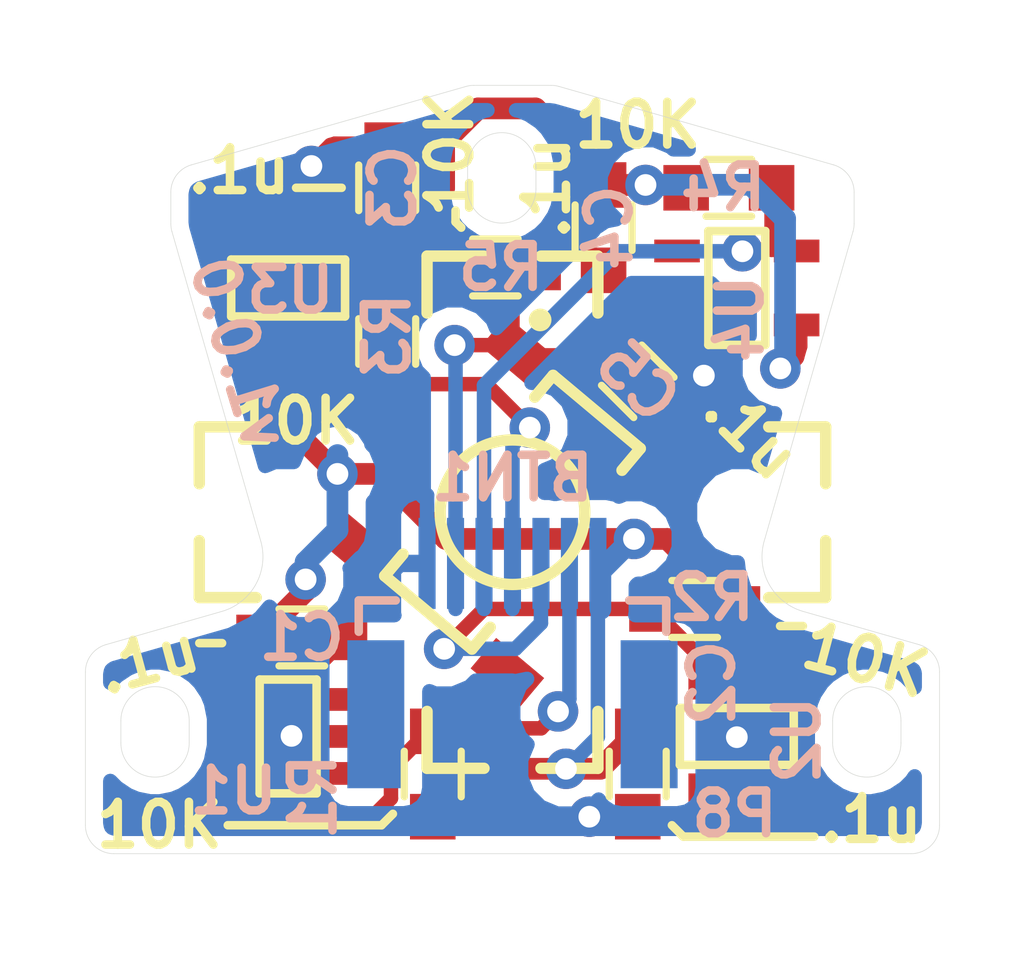
<source format=kicad_pcb>
(kicad_pcb (version 20171130) (host pcbnew 5.1.2-f72e74a~84~ubuntu18.04.1)

  (general
    (thickness 1.6)
    (drawings 48)
    (tracks 136)
    (zones 0)
    (modules 17)
    (nets 16)
  )

  (page A3)
  (title_block
    (title "UHK Key Cluster Module - Trackball Board")
    (rev 1.0.0)
    (company "Ultimate Gadget Laboratories Kft.")
  )

  (layers
    (0 F.Cu signal)
    (31 B.Cu signal)
    (32 B.Adhes user)
    (33 F.Adhes user)
    (34 B.Paste user)
    (35 F.Paste user)
    (36 B.SilkS user)
    (37 F.SilkS user)
    (38 B.Mask user)
    (39 F.Mask user)
    (40 Dwgs.User user)
    (41 Cmts.User user)
    (42 Eco1.User user)
    (43 Eco2.User user)
    (44 Edge.Cuts user)
    (45 Margin user)
    (46 B.CrtYd user)
    (47 F.CrtYd user)
  )

  (setup
    (last_trace_width 0.2032)
    (user_trace_width 0.2032)
    (user_trace_width 0.254)
    (user_trace_width 0.3048)
    (user_trace_width 0.381)
    (trace_clearance 0.2032)
    (zone_clearance 0.3048)
    (zone_45_only no)
    (trace_min 0.2032)
    (via_size 1.0668)
    (via_drill 0.7112)
    (via_min_size 0.7112)
    (via_min_drill 0.381)
    (user_via 0.7112 0.381)
    (user_via 1.0668 0.7112)
    (uvia_size 0.7112)
    (uvia_drill 0.381)
    (uvias_allowed no)
    (uvia_min_size 0.508)
    (uvia_min_drill 0.127)
    (edge_width 0.01)
    (segment_width 0.1)
    (pcb_text_width 0.3)
    (pcb_text_size 1.5 1.5)
    (mod_edge_width 0.15)
    (mod_text_size 0.75 0.75)
    (mod_text_width 0.15)
    (pad_size 1.5 1.5)
    (pad_drill 0.6)
    (pad_to_mask_clearance 0)
    (aux_axis_origin 0 0)
    (visible_elements 7FFFEF6F)
    (pcbplotparams
      (layerselection 0x00030_ffffffff)
      (usegerberextensions true)
      (usegerberattributes false)
      (usegerberadvancedattributes false)
      (creategerberjobfile false)
      (excludeedgelayer true)
      (linewidth 0.150000)
      (plotframeref false)
      (viasonmask false)
      (mode 1)
      (useauxorigin false)
      (hpglpennumber 1)
      (hpglpenspeed 20)
      (hpglpendiameter 15.000000)
      (psnegative false)
      (psa4output false)
      (plotreference true)
      (plotvalue true)
      (plotinvisibletext false)
      (padsonsilk false)
      (subtractmaskfromsilk false)
      (outputformat 1)
      (mirror false)
      (drillshape 1)
      (scaleselection 1)
      (outputdirectory ""))
  )

  (net 0 "")
  (net 1 GND)
  (net 2 /TB_BTN)
  (net 3 /TB_LEFT)
  (net 4 +3V3)
  (net 5 "Net-(U1-Pad3)")
  (net 6 "Net-(U1-Pad1)")
  (net 7 "Net-(U2-Pad1)")
  (net 8 "Net-(U2-Pad3)")
  (net 9 /TB_DOWN)
  (net 10 /TB_UP)
  (net 11 "Net-(U3-Pad3)")
  (net 12 "Net-(U3-Pad1)")
  (net 13 "Net-(U4-Pad1)")
  (net 14 "Net-(U4-Pad3)")
  (net 15 /TB_RIGHT)

  (net_class Default "This is the default net class."
    (clearance 0.2032)
    (trace_width 0.2032)
    (via_dia 1.0668)
    (via_drill 0.7112)
    (uvia_dia 0.7112)
    (uvia_drill 0.381)
    (diff_pair_width 0.254)
    (diff_pair_gap 0.254)
    (add_net +3V3)
    (add_net /TB_BTN)
    (add_net /TB_DOWN)
    (add_net /TB_LEFT)
    (add_net /TB_RIGHT)
    (add_net /TB_UP)
    (add_net GND)
    (add_net "Net-(U1-Pad1)")
    (add_net "Net-(U1-Pad3)")
    (add_net "Net-(U2-Pad1)")
    (add_net "Net-(U2-Pad3)")
    (add_net "Net-(U3-Pad1)")
    (add_net "Net-(U3-Pad3)")
    (add_net "Net-(U4-Pad1)")
    (add_net "Net-(U4-Pad3)")
  )

  (module UGL:BlackberryTrackball locked (layer F.Cu) (tedit 5D121E74) (tstamp 5D21D7E1)
    (at 200 150)
    (attr virtual)
    (fp_text reference REF** (at 0.4 -5.3) (layer F.SilkS) hide
      (effects (font (size 1 1) (thickness 0.15)))
    )
    (fp_text value BlackberryTrackball (at 0 5.4) (layer Eco1.User) hide
      (effects (font (size 1 1) (thickness 0.15)))
    )
    (fp_line (start 1.5 3.5) (end 1.5 4.5) (layer F.SilkS) (width 0.2))
    (fp_line (start 1.5 4.5) (end 0.5 4.5) (layer F.SilkS) (width 0.2))
    (fp_line (start -0.5 4.5) (end -1.5 4.5) (layer F.SilkS) (width 0.2))
    (fp_line (start -1.5 4.5) (end -1.5 3.5) (layer F.SilkS) (width 0.2))
    (fp_line (start 4.5 -1.5) (end 5.5 -1.5) (layer F.SilkS) (width 0.2))
    (fp_line (start 5.5 -1.5) (end 5.5 -0.5) (layer F.SilkS) (width 0.2))
    (fp_line (start 0.5 -4.5) (end 1.5 -4.5) (layer F.SilkS) (width 0.2))
    (fp_line (start 1.5 -4.5) (end 1.5 -3.5) (layer F.SilkS) (width 0.2))
    (fp_line (start -1.5 -3.5) (end -1.5 -4.5) (layer F.SilkS) (width 0.2))
    (fp_line (start -1.5 -4.5) (end -0.5 -4.5) (layer F.SilkS) (width 0.2))
    (fp_line (start 5.5 0.5) (end 5.5 1.5) (layer F.SilkS) (width 0.2))
    (fp_line (start 5.5 1.5) (end 4.5 1.5) (layer F.SilkS) (width 0.2))
    (fp_line (start -4.5 1.5) (end -5.5 1.5) (layer F.SilkS) (width 0.2))
    (fp_line (start -5.5 1.5) (end -5.5 0.5) (layer F.SilkS) (width 0.2))
    (fp_line (start -5.5 -0.5) (end -5.5 -1.5) (layer F.SilkS) (width 0.2))
    (fp_line (start -5.5 -1.5) (end -4.5 -1.5) (layer F.SilkS) (width 0.2))
    (fp_line (start -4 1.5) (end -4 2) (layer Cmts.User) (width 0.2))
    (fp_line (start -3 1.5) (end -3 2) (layer Cmts.User) (width 0.2))
    (fp_line (start 4 -1.5) (end 4 -2) (layer Cmts.User) (width 0.2))
    (fp_line (start 3 -1.5) (end 3 -2) (layer Cmts.User) (width 0.2))
    (fp_line (start 1.5 3) (end 2 3) (layer Cmts.User) (width 0.2))
    (fp_line (start 1.5 4) (end 2 4) (layer Cmts.User) (width 0.2))
    (fp_line (start -1.5 -4) (end -2 -4) (layer Cmts.User) (width 0.2))
    (fp_line (start -1.5 -3) (end -2 -3) (layer Cmts.User) (width 0.2))
    (fp_line (start 1.5 -1.5) (end 1.5 -4.5) (layer Cmts.User) (width 0.2))
    (fp_line (start 5.5 -1.5) (end 1.5 -1.5) (layer Cmts.User) (width 0.2))
    (fp_line (start 5.5 1.5) (end 5.5 -1.5) (layer Cmts.User) (width 0.2))
    (fp_line (start 1.5 1.5) (end 5.5 1.5) (layer Cmts.User) (width 0.2))
    (fp_line (start 1.5 4.5) (end 1.5 1.5) (layer Cmts.User) (width 0.2))
    (fp_line (start -1.5 4.5) (end 1.5 4.5) (layer Cmts.User) (width 0.2))
    (fp_line (start -1.5 1.5) (end -1.5 4.5) (layer Cmts.User) (width 0.2))
    (fp_line (start -5.5 1.5) (end -1.5 1.5) (layer Cmts.User) (width 0.2))
    (fp_line (start -5.5 -1.5) (end -5.5 1.5) (layer Cmts.User) (width 0.2))
    (fp_line (start -1.5 -1.5) (end -5.5 -1.5) (layer Cmts.User) (width 0.2))
    (fp_line (start -1.5 -4.5) (end -1.5 -1.5) (layer Cmts.User) (width 0.2))
    (fp_line (start 1.5 -4.5) (end -1.5 -4.5) (layer Cmts.User) (width 0.2))
    (fp_circle (center 0 0) (end 1.5 0) (layer Cmts.User) (width 0.2))
    (pad "" np_thru_hole circle (at 4 0) (size 0.9 0.9) (drill 0.9) (layers *.Cu *.Mask))
    (pad "" np_thru_hole circle (at -4 0) (size 0.9 0.9) (drill 0.9) (layers *.Cu *.Mask))
  )

  (module UGL:SM0603 (layer F.Cu) (tedit 5C6C58A5) (tstamp 5D121756)
    (at 202.2 147.7 135)
    (path /5D1232D1)
    (attr smd)
    (fp_text reference C5 (at 0 0 135) (layer B.SilkS)
      (effects (font (size 0.75 0.75) (thickness 0.15)) (justify mirror))
    )
    (fp_text value .1u (at -2.05061 0.777817 135) (layer F.SilkS)
      (effects (font (size 0.75 0.75) (thickness 0.15)))
    )
    (fp_line (start -0.4 -0.5) (end 0.4 -0.5) (layer F.SilkS) (width 0.127))
    (fp_line (start 0.4 0.5) (end -0.4 0.5) (layer F.SilkS) (width 0.127))
    (pad 1 smd rect (at -0.75 0 135) (size 0.8 0.8) (layers F.Cu F.Paste F.Mask)
      (net 1 GND))
    (pad 2 smd rect (at 0.75 0 135) (size 0.8 0.8) (layers F.Cu F.Paste F.Mask)
      (net 2 /TB_BTN))
    (model smd\resistors\R0603.wrl
      (offset (xyz 0 0 0.02540000082496551))
      (scale (xyz 0.5 0.5 0.5))
      (rotate (xyz 0 0 0))
    )
  )

  (module UGL:FFC_Connector_51281-0794 (layer B.Cu) (tedit 5D12220D) (tstamp 5D126605)
    (at 200 155.1 180)
    (path /5D0AD355)
    (attr smd)
    (fp_text reference P8 (at -3.9 -0.2 180) (layer B.SilkS)
      (effects (font (size 0.75 0.75) (thickness 0.15)) (justify mirror))
    )
    (fp_text value CONN_7 (at 0.1 5.6 180) (layer B.SilkS) hide
      (effects (font (size 0.75 0.75) (thickness 0.15)) (justify mirror))
    )
    (fp_line (start -2.7 3.55) (end -2.7 3) (layer B.SilkS) (width 0.15))
    (fp_line (start 2.05 3.55) (end 2.7 3.55) (layer B.SilkS) (width 0.15))
    (fp_line (start 2.7 3.55) (end 2.7 3) (layer B.SilkS) (width 0.15))
    (fp_line (start -2.9 0) (end 2.9 0) (layer Margin) (width 0.15))
    (fp_line (start -2.7 3.55) (end -2.05 3.55) (layer B.SilkS) (width 0.15))
    (pad 2 smd rect (at -1 4.2 180) (size 0.3 1.6) (layers B.Cu B.Paste B.Mask)
      (net 3 /TB_LEFT) (clearance 0.1778))
    (pad 5 smd rect (at 0.5 4.2 180) (size 0.3 1.6) (layers B.Cu B.Paste B.Mask)
      (net 15 /TB_RIGHT) (clearance 0.1778))
    (pad "" smd rect (at 2.4 1.55 180) (size 1 2.6) (layers B.Cu B.Paste B.Mask))
    (pad 3 smd rect (at -0.5 4.2 180) (size 0.3 1.6) (layers B.Cu B.Paste B.Mask)
      (net 9 /TB_DOWN) (clearance 0.1778))
    (pad 4 smd rect (at 0 4.2 180) (size 0.3 1.6) (layers B.Cu B.Paste B.Mask)
      (net 10 /TB_UP) (clearance 0.1778))
    (pad "" smd rect (at -2.4 1.55 180) (size 1 2.6) (layers B.Cu B.Paste B.Mask))
    (pad 1 smd rect (at -1.5 4.2 180) (size 0.3 1.6) (layers B.Cu B.Paste B.Mask)
      (net 4 +3V3) (clearance 0.1778))
    (pad 6 smd rect (at 1 4.2 180) (size 0.3 1.6) (layers B.Cu B.Paste B.Mask)
      (net 2 /TB_BTN) (clearance 0.1778))
    (pad 7 smd rect (at 1.5 4.2 180) (size 0.3 1.6) (layers B.Cu B.Paste B.Mask)
      (net 1 GND) (clearance 0.1778))
  )

  (module UGL:SM0603 (layer F.Cu) (tedit 5C6C58A5) (tstamp 5D120B9A)
    (at 199.7 145.7)
    (path /5D14095C)
    (attr smd)
    (fp_text reference R5 (at 0.1 0) (layer B.SilkS)
      (effects (font (size 0.75 0.75) (thickness 0.15)) (justify mirror))
    )
    (fp_text value 10K (at -0.8 -2 90) (layer F.SilkS)
      (effects (font (size 0.75 0.75) (thickness 0.15)))
    )
    (fp_line (start -0.4 -0.5) (end 0.4 -0.5) (layer F.SilkS) (width 0.127))
    (fp_line (start 0.4 0.5) (end -0.4 0.5) (layer F.SilkS) (width 0.127))
    (pad 1 smd rect (at -0.75 0) (size 0.8 0.8) (layers F.Cu F.Paste F.Mask)
      (net 4 +3V3))
    (pad 2 smd rect (at 0.75 0) (size 0.8 0.8) (layers F.Cu F.Paste F.Mask)
      (net 2 /TB_BTN))
    (model smd\resistors\R0603.wrl
      (offset (xyz 0 0 0.02540000082496551))
      (scale (xyz 0.5 0.5 0.5))
      (rotate (xyz 0 0 0))
    )
  )

  (module UGL:SM0603 (layer F.Cu) (tedit 5C6C58A5) (tstamp 5D120B92)
    (at 203.8 144.3)
    (path /5D1484F0)
    (attr smd)
    (fp_text reference R4 (at -0.1 0) (layer B.SilkS)
      (effects (font (size 0.75 0.75) (thickness 0.15)) (justify mirror))
    )
    (fp_text value 10K (at -1.6 -1.1 180) (layer F.SilkS)
      (effects (font (size 0.75 0.75) (thickness 0.15)))
    )
    (fp_line (start 0.4 0.5) (end -0.4 0.5) (layer F.SilkS) (width 0.127))
    (fp_line (start -0.4 -0.5) (end 0.4 -0.5) (layer F.SilkS) (width 0.127))
    (pad 2 smd rect (at 0.75 0) (size 0.8 0.8) (layers F.Cu F.Paste F.Mask)
      (net 15 /TB_RIGHT))
    (pad 1 smd rect (at -0.75 0) (size 0.8 0.8) (layers F.Cu F.Paste F.Mask)
      (net 4 +3V3))
    (model smd\resistors\R0603.wrl
      (offset (xyz 0 0 0.02540000082496551))
      (scale (xyz 0.5 0.5 0.5))
      (rotate (xyz 0 0 0))
    )
  )

  (module UGL:SM0603 (layer F.Cu) (tedit 5C6C58A5) (tstamp 5D123919)
    (at 197.8 147 270)
    (path /5D1484DB)
    (attr smd)
    (fp_text reference R3 (at -0.1 0 270) (layer B.SilkS)
      (effects (font (size 0.75 0.75) (thickness 0.15)) (justify mirror))
    )
    (fp_text value 10K (at 1.4 1.6) (layer F.SilkS)
      (effects (font (size 0.75 0.75) (thickness 0.15)))
    )
    (fp_line (start -0.4 -0.5) (end 0.4 -0.5) (layer F.SilkS) (width 0.127))
    (fp_line (start 0.4 0.5) (end -0.4 0.5) (layer F.SilkS) (width 0.127))
    (pad 1 smd rect (at -0.75 0 270) (size 0.8 0.8) (layers F.Cu F.Paste F.Mask)
      (net 4 +3V3))
    (pad 2 smd rect (at 0.75 0 270) (size 0.8 0.8) (layers F.Cu F.Paste F.Mask)
      (net 10 /TB_UP))
    (model smd\resistors\R0603.wrl
      (offset (xyz 0 0 0.02540000082496551))
      (scale (xyz 0.5 0.5 0.5))
      (rotate (xyz 0 0 0))
    )
  )

  (module UGL:SM0603 (layer F.Cu) (tedit 5C6C58A5) (tstamp 5D21DC6D)
    (at 203.2 151.7 180)
    (path /5D14838D)
    (attr smd)
    (fp_text reference R2 (at -0.3 0.2 180) (layer B.SilkS)
      (effects (font (size 0.75 0.75) (thickness 0.15)) (justify mirror))
    )
    (fp_text value 10K (at -3 -0.9 165) (layer F.SilkS)
      (effects (font (size 0.75 0.75) (thickness 0.15)))
    )
    (fp_line (start 0.4 0.5) (end -0.4 0.5) (layer F.SilkS) (width 0.127))
    (fp_line (start -0.4 -0.5) (end 0.4 -0.5) (layer F.SilkS) (width 0.127))
    (pad 2 smd rect (at 0.75 0 180) (size 0.8 0.8) (layers F.Cu F.Paste F.Mask)
      (net 9 /TB_DOWN))
    (pad 1 smd rect (at -0.75 0 180) (size 0.8 0.8) (layers F.Cu F.Paste F.Mask)
      (net 4 +3V3))
    (model smd\resistors\R0603.wrl
      (offset (xyz 0 0 0.02540000082496551))
      (scale (xyz 0.5 0.5 0.5))
      (rotate (xyz 0 0 0))
    )
  )

  (module UGL:SM0603 (layer F.Cu) (tedit 5C6C58A5) (tstamp 5D21DAD7)
    (at 198.6 154.6 90)
    (path /5D134151)
    (attr smd)
    (fp_text reference R1 (at -0.4 -2.1 90) (layer B.SilkS)
      (effects (font (size 0.75 0.75) (thickness 0.15)) (justify mirror))
    )
    (fp_text value 10K (at -0.9 -4.8 180) (layer F.SilkS)
      (effects (font (size 0.75 0.75) (thickness 0.15)))
    )
    (fp_line (start -0.4 -0.5) (end 0.4 -0.5) (layer F.SilkS) (width 0.127))
    (fp_line (start 0.4 0.5) (end -0.4 0.5) (layer F.SilkS) (width 0.127))
    (pad 1 smd rect (at -0.75 0 90) (size 0.8 0.8) (layers F.Cu F.Paste F.Mask)
      (net 4 +3V3))
    (pad 2 smd rect (at 0.75 0 90) (size 0.8 0.8) (layers F.Cu F.Paste F.Mask)
      (net 3 /TB_LEFT))
    (model smd\resistors\R0603.wrl
      (offset (xyz 0 0 0.02540000082496551))
      (scale (xyz 0.5 0.5 0.5))
      (rotate (xyz 0 0 0))
    )
  )

  (module UGL:SM0603 (layer F.Cu) (tedit 5C6C58A5) (tstamp 5D120B72)
    (at 201.6 145 90)
    (path /5D1484E9)
    (attr smd)
    (fp_text reference C4 (at 0 0.1 90) (layer B.SilkS)
      (effects (font (size 0.75 0.75) (thickness 0.15)) (justify mirror))
    )
    (fp_text value .1u (at 0.7 -1 90) (layer F.SilkS)
      (effects (font (size 0.75 0.75) (thickness 0.15)))
    )
    (fp_line (start 0.4 0.5) (end -0.4 0.5) (layer F.SilkS) (width 0.127))
    (fp_line (start -0.4 -0.5) (end 0.4 -0.5) (layer F.SilkS) (width 0.127))
    (pad 2 smd rect (at 0.75 0 90) (size 0.8 0.8) (layers F.Cu F.Paste F.Mask)
      (net 4 +3V3))
    (pad 1 smd rect (at -0.75 0 90) (size 0.8 0.8) (layers F.Cu F.Paste F.Mask)
      (net 1 GND))
    (model smd\resistors\R0603.wrl
      (offset (xyz 0 0 0.02540000082496551))
      (scale (xyz 0.5 0.5 0.5))
      (rotate (xyz 0 0 0))
    )
  )

  (module UGL:SM0603 (layer F.Cu) (tedit 5C6C58A5) (tstamp 5D120B6A)
    (at 197.8 144.3 270)
    (path /5D1484D4)
    (attr smd)
    (fp_text reference C3 (at 0 -0.1 270) (layer B.SilkS)
      (effects (font (size 0.75 0.75) (thickness 0.15)) (justify mirror))
    )
    (fp_text value .1u (at -0.3 2.6) (layer F.SilkS)
      (effects (font (size 0.75 0.75) (thickness 0.15)))
    )
    (fp_line (start -0.4 -0.5) (end 0.4 -0.5) (layer F.SilkS) (width 0.127))
    (fp_line (start 0.4 0.5) (end -0.4 0.5) (layer F.SilkS) (width 0.127))
    (pad 1 smd rect (at -0.75 0 270) (size 0.8 0.8) (layers F.Cu F.Paste F.Mask)
      (net 1 GND))
    (pad 2 smd rect (at 0.75 0 270) (size 0.8 0.8) (layers F.Cu F.Paste F.Mask)
      (net 4 +3V3))
    (model smd\resistors\R0603.wrl
      (offset (xyz 0 0 0.02540000082496551))
      (scale (xyz 0.5 0.5 0.5))
      (rotate (xyz 0 0 0))
    )
  )

  (module UGL:SM0603 (layer F.Cu) (tedit 5D121DF4) (tstamp 5D1249EA)
    (at 202.2 154.6 90)
    (path /5D148386)
    (attr smd)
    (fp_text reference C2 (at 1.6 1.3 90) (layer B.SilkS)
      (effects (font (size 0.75 0.75) (thickness 0.15)) (justify mirror))
    )
    (fp_text value .1u (at -0.8 4.1 180) (layer F.SilkS)
      (effects (font (size 0.75 0.75) (thickness 0.15)))
    )
    (fp_line (start 0.4 0.5) (end -0.4 0.5) (layer F.SilkS) (width 0.127))
    (fp_line (start -0.4 -0.5) (end 0.4 -0.5) (layer F.SilkS) (width 0.127))
    (pad 2 smd rect (at 0.75 0 90) (size 0.8 0.8) (layers F.Cu F.Paste F.Mask)
      (net 4 +3V3))
    (pad 1 smd rect (at -0.75 0 90) (size 0.8 0.8) (layers F.Cu F.Paste F.Mask)
      (net 1 GND))
    (model smd\resistors\R0603.wrl
      (offset (xyz 0 0 0.02540000082496551))
      (scale (xyz 0.5 0.5 0.5))
      (rotate (xyz 0 0 0))
    )
  )

  (module UGL:SM0603 (layer F.Cu) (tedit 5C6C58A5) (tstamp 5D21DB45)
    (at 196.3 152.2 180)
    (path /5D12DC87)
    (attr smd)
    (fp_text reference C1 (at 0 0 180) (layer B.SilkS)
      (effects (font (size 0.75 0.75) (thickness 0.15)) (justify mirror))
    )
    (fp_text value .1u (at 2.7 -0.4 195) (layer F.SilkS)
      (effects (font (size 0.75 0.75) (thickness 0.15)))
    )
    (fp_line (start -0.4 -0.5) (end 0.4 -0.5) (layer F.SilkS) (width 0.127))
    (fp_line (start 0.4 0.5) (end -0.4 0.5) (layer F.SilkS) (width 0.127))
    (pad 1 smd rect (at -0.75 0 180) (size 0.8 0.8) (layers F.Cu F.Paste F.Mask)
      (net 1 GND))
    (pad 2 smd rect (at 0.75 0 180) (size 0.8 0.8) (layers F.Cu F.Paste F.Mask)
      (net 4 +3V3))
    (model smd\resistors\R0603.wrl
      (offset (xyz 0 0 0.02540000082496551))
      (scale (xyz 0.5 0.5 0.5))
      (rotate (xyz 0 0 0))
    )
  )

  (module UGL:SMINI-5DE (layer F.Cu) (tedit 5D11EB36) (tstamp 5D120B52)
    (at 203.94 146.06 90)
    (tags SOT23)
    (path /5D1484E2)
    (attr smd)
    (fp_text reference U4 (at -0.54 0.06 90) (layer B.SilkS)
      (effects (font (size 0.75 0.75) (thickness 0.15)) (justify mirror))
    )
    (fp_text value AN48841B (at 0 -2.667 90) (layer F.SilkS) hide
      (effects (font (size 0.75 0.75) (thickness 0.15)))
    )
    (fp_line (start -1 -0.5) (end -1 0.5) (layer F.SilkS) (width 0.15))
    (fp_line (start 1 -0.5) (end 1 0.5) (layer F.SilkS) (width 0.15))
    (fp_line (start 1 -0.5) (end -1 -0.5) (layer F.SilkS) (width 0.15))
    (fp_line (start -1 0.5) (end 1 0.5) (layer F.SilkS) (width 0.15))
    (pad 1 smd rect (at 0.65 -1.05 90) (size 0.4 0.8) (layers F.Cu F.Paste F.Mask)
      (net 13 "Net-(U4-Pad1)"))
    (pad 3 smd rect (at -0.65 -1.05 90) (size 0.4 0.8) (layers F.Cu F.Paste F.Mask)
      (net 14 "Net-(U4-Pad3)"))
    (pad 4 smd rect (at -0.65 1.05 90) (size 0.4 0.8) (layers F.Cu F.Paste F.Mask)
      (net 4 +3V3))
    (pad 5 smd rect (at 0.65 1.05 90) (size 0.4 0.8) (layers F.Cu F.Paste F.Mask)
      (net 15 /TB_RIGHT))
    (pad 2 smd rect (at 0 -1.05 90) (size 0.4 0.8) (layers F.Cu F.Paste F.Mask)
      (net 1 GND))
    (model smd\SOT23_3.wrl
      (at (xyz 0 0 0))
      (scale (xyz 0.4 0.4 0.4))
      (rotate (xyz 0 0 180))
    )
  )

  (module UGL:SMINI-5DE (layer F.Cu) (tedit 5D11EB36) (tstamp 5D120B45)
    (at 196.06 146.06)
    (tags SOT23)
    (path /5D1484CD)
    (attr smd)
    (fp_text reference U3 (at 0.04 0.04) (layer B.SilkS)
      (effects (font (size 0.75 0.75) (thickness 0.15)) (justify mirror))
    )
    (fp_text value AN48841B (at 0 -2.667) (layer F.SilkS) hide
      (effects (font (size 0.75 0.75) (thickness 0.15)))
    )
    (fp_line (start -1 0.5) (end 1 0.5) (layer F.SilkS) (width 0.15))
    (fp_line (start 1 -0.5) (end -1 -0.5) (layer F.SilkS) (width 0.15))
    (fp_line (start 1 -0.5) (end 1 0.5) (layer F.SilkS) (width 0.15))
    (fp_line (start -1 -0.5) (end -1 0.5) (layer F.SilkS) (width 0.15))
    (pad 2 smd rect (at 0 -1.05) (size 0.4 0.8) (layers F.Cu F.Paste F.Mask)
      (net 1 GND))
    (pad 5 smd rect (at 0.65 1.05) (size 0.4 0.8) (layers F.Cu F.Paste F.Mask)
      (net 10 /TB_UP))
    (pad 4 smd rect (at -0.65 1.05) (size 0.4 0.8) (layers F.Cu F.Paste F.Mask)
      (net 4 +3V3))
    (pad 3 smd rect (at -0.65 -1.05) (size 0.4 0.8) (layers F.Cu F.Paste F.Mask)
      (net 11 "Net-(U3-Pad3)"))
    (pad 1 smd rect (at 0.65 -1.05) (size 0.4 0.8) (layers F.Cu F.Paste F.Mask)
      (net 12 "Net-(U3-Pad1)"))
    (model smd\SOT23_3.wrl
      (at (xyz 0 0 0))
      (scale (xyz 0.4 0.4 0.4))
      (rotate (xyz 0 0 180))
    )
  )

  (module UGL:SMINI-5DE (layer F.Cu) (tedit 5D11EB36) (tstamp 5D1227EF)
    (at 203.94 153.94 180)
    (tags SOT23)
    (path /5D14837F)
    (attr smd)
    (fp_text reference U2 (at -1.06 -0.06 270) (layer B.SilkS)
      (effects (font (size 0.75 0.75) (thickness 0.15)) (justify mirror))
    )
    (fp_text value AN48841B (at 0 -2.667 180) (layer F.SilkS) hide
      (effects (font (size 0.75 0.75) (thickness 0.15)))
    )
    (fp_line (start -1 -0.5) (end -1 0.5) (layer F.SilkS) (width 0.15))
    (fp_line (start 1 -0.5) (end 1 0.5) (layer F.SilkS) (width 0.15))
    (fp_line (start 1 -0.5) (end -1 -0.5) (layer F.SilkS) (width 0.15))
    (fp_line (start -1 0.5) (end 1 0.5) (layer F.SilkS) (width 0.15))
    (pad 1 smd rect (at 0.65 -1.05 180) (size 0.4 0.8) (layers F.Cu F.Paste F.Mask)
      (net 7 "Net-(U2-Pad1)"))
    (pad 3 smd rect (at -0.65 -1.05 180) (size 0.4 0.8) (layers F.Cu F.Paste F.Mask)
      (net 8 "Net-(U2-Pad3)"))
    (pad 4 smd rect (at -0.65 1.05 180) (size 0.4 0.8) (layers F.Cu F.Paste F.Mask)
      (net 4 +3V3))
    (pad 5 smd rect (at 0.65 1.05 180) (size 0.4 0.8) (layers F.Cu F.Paste F.Mask)
      (net 9 /TB_DOWN))
    (pad 2 smd rect (at 0 -1.05 180) (size 0.4 0.8) (layers F.Cu F.Paste F.Mask)
      (net 1 GND))
    (model smd\SOT23_3.wrl
      (at (xyz 0 0 0))
      (scale (xyz 0.4 0.4 0.4))
      (rotate (xyz 0 0 180))
    )
  )

  (module UGL:SMINI-5DE (layer F.Cu) (tedit 5D122224) (tstamp 5D120B2B)
    (at 196.06 153.94 270)
    (tags SOT23)
    (path /5D12DADA)
    (attr smd)
    (fp_text reference U1 (at 0.96 0.96 180) (layer B.SilkS)
      (effects (font (size 0.75 0.75) (thickness 0.15)) (justify mirror))
    )
    (fp_text value AN48841B (at 0 -2.667 270) (layer F.SilkS) hide
      (effects (font (size 0.75 0.75) (thickness 0.15)))
    )
    (fp_line (start -1 0.5) (end 1 0.5) (layer F.SilkS) (width 0.15))
    (fp_line (start 1 -0.5) (end -1 -0.5) (layer F.SilkS) (width 0.15))
    (fp_line (start 1 -0.5) (end 1 0.5) (layer F.SilkS) (width 0.15))
    (fp_line (start -1 -0.5) (end -1 0.5) (layer F.SilkS) (width 0.15))
    (pad 2 smd rect (at 0 -1.05 270) (size 0.4 0.8) (layers F.Cu F.Paste F.Mask)
      (net 1 GND))
    (pad 5 smd rect (at 0.65 1.05 270) (size 0.4 0.8) (layers F.Cu F.Paste F.Mask)
      (net 3 /TB_LEFT))
    (pad 4 smd rect (at -0.65 1.05 270) (size 0.4 0.8) (layers F.Cu F.Paste F.Mask)
      (net 4 +3V3))
    (pad 3 smd rect (at -0.65 -1.05 270) (size 0.4 0.8) (layers F.Cu F.Paste F.Mask)
      (net 5 "Net-(U1-Pad3)"))
    (pad 1 smd rect (at 0.65 -1.05 270) (size 0.4 0.8) (layers F.Cu F.Paste F.Mask)
      (net 6 "Net-(U1-Pad1)"))
    (model smd\SOT23_3.wrl
      (at (xyz 0 0 0))
      (scale (xyz 0.4 0.4 0.4))
      (rotate (xyz 0 0 180))
    )
  )

  (module UGL:TL3315NF250Q (layer F.Cu) (tedit 5D122564) (tstamp 5D120B1E)
    (at 200 150 50)
    (path /5D13A78E)
    (fp_text reference BTN1 (at 0.459627 -0.385673 180) (layer B.SilkS)
      (effects (font (size 0.746 0.746) (thickness 0.15)) (justify mirror))
    )
    (fp_text value BTN (at 0 3.1 50) (layer Eco1.User) hide
      (effects (font (size 1 1) (thickness 0.15)))
    )
    (fp_circle (center 0 0) (end 1.269999 0) (layer F.SilkS) (width 0.2))
    (fp_line (start 2.25 -2.25) (end -2.25 -2.25) (layer Cmts.User) (width 0.2))
    (fp_line (start -2.25 2.25) (end 2.25 2.25) (layer Cmts.User) (width 0.2))
    (fp_line (start -2.25 -2.25) (end -2.25 2.25) (layer Cmts.User) (width 0.2))
    (fp_line (start 2.25 2.25) (end 2.25 -2.25) (layer Cmts.User) (width 0.2))
    (fp_line (start 1.7 -1.3) (end 1.7 -0.5) (layer Cmts.User) (width 0.2))
    (fp_line (start 1.7 -0.5) (end 2.000001 0.3) (layer Cmts.User) (width 0.2))
    (fp_line (start 1.7 0.3) (end 1.7 1.3) (layer Cmts.User) (width 0.2))
    (fp_line (start -1.8 -1) (end -2.3 -1) (layer F.SilkS) (width 0.2))
    (fp_line (start -2.3 -1) (end -2.3 1) (layer F.SilkS) (width 0.2))
    (fp_line (start -2.3 1) (end -1.8 1) (layer F.SilkS) (width 0.2))
    (fp_line (start 2.3 -1) (end 1.8 -1) (layer F.SilkS) (width 0.2))
    (fp_line (start 1.8 1) (end 2.3 1) (layer F.SilkS) (width 0.2))
    (fp_line (start 2.3 1) (end 2.3 -1) (layer F.SilkS) (width 0.2))
    (fp_circle (center 2.9 -1.8) (end 3 -1.8) (layer F.SilkS) (width 0.2))
    (pad 2 smd rect (at 2.225 1.749999 50) (size 0.7 1.1) (layers F.Cu F.Paste F.Mask)
      (net 1 GND))
    (pad 3 smd rect (at -2.225 1.75 230) (size 0.7 1.1) (layers F.Cu F.Paste F.Mask))
    (pad 1 smd rect (at 2.225 -1.75 50) (size 0.7 1.1) (layers F.Cu F.Paste F.Mask)
      (net 2 /TB_BTN))
    (pad 4 smd rect (at -2.225 -1.749999 230) (size 0.7 1.1) (layers F.Cu F.Paste F.Mask))
  )

  (gr_text v1.0.0 (at 195.2 147.2 287) (layer B.SilkS) (tstamp 5D220417)
    (effects (font (size 0.75 0.75) (thickness 0.15)) (justify mirror))
  )
  (gr_line (start 199 144.9) (end 199.1 145) (layer F.SilkS) (width 0.15))
  (gr_line (start 199 144.7) (end 199 144.9) (layer F.SilkS) (width 0.15))
  (gr_line (start 204.7 152) (end 205.1 152) (layer F.SilkS) (width 0.15))
  (gr_line (start 194.5 152.3) (end 194.9 152.3) (layer F.SilkS) (width 0.15))
  (gr_line (start 196.2 144.3) (end 197 144.3) (layer F.SilkS) (width 0.15))
  (gr_line (start 203 155.7) (end 202.8 155.5) (layer F.SilkS) (width 0.15))
  (gr_line (start 205.3 155.7) (end 203 155.7) (layer F.SilkS) (width 0.15))
  (gr_line (start 197.7 155.5) (end 197.9 155.3) (layer F.SilkS) (width 0.15))
  (gr_line (start 195 155.5) (end 197.7 155.5) (layer F.SilkS) (width 0.15))
  (gr_line (start 194.019371 145.067551) (end 194.01779 145.061905) (layer Edge.Cuts) (width 0.01) (tstamp 5D1CCF87))
  (gr_circle (center 200 150) (end 200.5 150) (layer Eco1.User) (width 0.01) (tstamp 5D12273B))
  (gr_arc (start 193.000061 155.499932) (end 192.5 155.5) (angle -89.94233769) (layer Edge.Cuts) (width 0.01))
  (gr_arc (start 206.999932 155.499932) (end 207 156) (angle -89.94656462) (layer Edge.Cuts) (width 0.01))
  (gr_arc (start 206.999958 152.806933) (end 207.5 152.8069) (angle -73.95092213) (layer Edge.Cuts) (width 0.01))
  (gr_arc (start 205.4999 144.929704) (end 205.980629 145.067551) (angle -16.00065232) (layer Edge.Cuts) (width 0.01))
  (gr_arc (start 205.499951 144.377195) (end 206 144.377151) (angle -74.00576115) (layer Edge.Cuts) (width 0.01))
  (gr_arc (start 193.000042 152.806918) (end 192.862183 152.326263) (angle -73.9540134) (layer Edge.Cuts) (width 0.01))
  (gr_arc (start 194.5001 144.929704) (end 194 144.929733) (angle -15.32491997) (layer Edge.Cuts) (width 0.01))
  (gr_arc (start 194.500041 144.377195) (end 194.36264 143.896393) (angle -74.03002785) (layer Edge.Cuts) (width 0.01))
  (gr_arc (start 199.320057 143.000079) (end 199.32003 142.5) (angle -15.52577977) (layer Edge.Cuts) (width 0.01))
  (gr_arc (start 200.679943 143.000094) (end 200.817329 142.519241) (angle -15.68673609) (layer Edge.Cuts) (width 0.01))
  (gr_line (start 193 156) (end 207 156) (angle 90) (layer Edge.Cuts) (width 0.01))
  (gr_line (start 207.5 155.5) (end 207.5 152.8069) (angle 90) (layer Edge.Cuts) (width 0.01))
  (gr_line (start 207.137817 152.326263) (end 205.106544 151.743805) (angle 90) (layer Edge.Cuts) (width 0.01))
  (gr_line (start 206 144.929733) (end 206 144.377151) (angle 90) (layer Edge.Cuts) (width 0.01))
  (gr_line (start 205.63736 143.896393) (end 200.817329 142.519241) (angle 90) (layer Edge.Cuts) (width 0.01))
  (gr_line (start 192.5 152.8069) (end 192.5 155.5) (angle 90) (layer Edge.Cuts) (width 0.01))
  (gr_line (start 194.019371 145.067551) (end 195.579079 150.506912) (angle 90) (layer Edge.Cuts) (width 0.01))
  (gr_line (start 199.182671 142.519241) (end 194.36264 143.896393) (angle 90) (layer Edge.Cuts) (width 0.01))
  (gr_line (start 204.420921 150.506912) (end 205.980629 145.067551) (angle 90) (layer Edge.Cuts) (width 0.01))
  (gr_line (start 194.893456 151.743805) (end 192.862183 152.326263) (angle 90) (layer Edge.Cuts) (width 0.01))
  (gr_line (start 194 144.377151) (end 194 144.929733) (angle 90) (layer Edge.Cuts) (width 0.01))
  (gr_line (start 200.67997 142.5) (end 199.32003 142.5) (angle 90) (layer Edge.Cuts) (width 0.01))
  (gr_arc (start 205.382241 150.782508) (end 204.420921 150.506912) (angle -89.97810036) (layer Edge.Cuts) (width 0.01))
  (gr_arc (start 194.617759 150.782508) (end 194.893456 151.743805) (angle -89.98402348) (layer Edge.Cuts) (width 0.01))
  (gr_arc (start 193.72271 154.052801) (end 193.122711 154.054153) (angle -179.7418009) (layer Edge.Cuts) (width 0.01))
  (gr_line (start 194.322708 153.665359) (end 194.322708 154.054153) (angle 90) (layer Edge.Cuts) (width 0.01) (tstamp 5D120FDE))
  (gr_arc (start 193.72271 153.666711) (end 194.322708 153.665359) (angle -179.7418009) (layer Edge.Cuts) (width 0.01) (tstamp 5D120FDB))
  (gr_line (start 193.122711 154.054153) (end 193.122711 153.665359) (angle 90) (layer Edge.Cuts) (width 0.01))
  (gr_arc (start 206.22271 154.052801) (end 205.622711 154.054153) (angle -179.7418009) (layer Edge.Cuts) (width 0.01))
  (gr_line (start 206.822708 153.665359) (end 206.822708 154.054153) (angle 90) (layer Edge.Cuts) (width 0.01))
  (gr_arc (start 206.22271 153.666711) (end 206.822708 153.665359) (angle -179.7418009) (layer Edge.Cuts) (width 0.01))
  (gr_line (start 205.622711 154.054153) (end 205.622711 153.665359) (angle 90) (layer Edge.Cuts) (width 0.01))
  (gr_arc (start 199.812218 143.932459) (end 200.412216 143.931107) (angle -179.7418009) (layer Edge.Cuts) (width 0.01))
  (gr_line (start 199.212219 144.319901) (end 199.212219 143.931107) (angle 90) (layer Edge.Cuts) (width 0.01))
  (gr_arc (start 199.812218 144.318549) (end 199.212219 144.319901) (angle -179.7418009) (layer Edge.Cuts) (width 0.01))
  (gr_line (start 200.412216 143.931107) (end 200.412216 144.319901) (angle 90) (layer Edge.Cuts) (width 0.01))

  (via (at 196.119374 153.930163) (size 0.7112) (drill 0.381) (layers F.Cu B.Cu) (net 1))
  (segment (start 196.195763 153.930163) (end 196.119374 153.930163) (width 0.3048) (layer F.Cu) (net 1))
  (segment (start 196.2056 153.94) (end 196.195763 153.930163) (width 0.3048) (layer F.Cu) (net 1))
  (segment (start 197.11 153.94) (end 196.119374 153.930163) (width 0.3048) (layer F.Cu) (net 1))
  (segment (start 196.119374 153.130626) (end 196.119374 153.930163) (width 0.3048) (layer F.Cu) (net 1))
  (segment (start 197.05 152.2) (end 196.119374 153.130626) (width 0.3048) (layer F.Cu) (net 1))
  (segment (start 203.94 154.99) (end 203.94 153.9528) (width 0.3048) (layer F.Cu) (net 1))
  (via (at 203.94 153.9528) (size 0.7112) (drill 0.381) (layers F.Cu B.Cu) (net 1))
  (segment (start 201.91 146.06) (end 201.6 145.75) (width 0.3048) (layer F.Cu) (net 1))
  (segment (start 202.89 146.06) (end 201.91 146.06) (width 0.3048) (layer F.Cu) (net 1))
  (segment (start 196.06 145.01) (end 196.06 144.3254) (width 0.3048) (layer F.Cu) (net 1))
  (segment (start 196.887655 143.55) (end 196.887655 143.55) (width 0.3048) (layer F.Cu) (net 1))
  (segment (start 196.814499 143.570901) (end 196.887655 143.55) (width 0.3048) (layer F.Cu) (net 1))
  (segment (start 196.06 144.3254) (end 196.814499 143.570901) (width 0.3048) (layer F.Cu) (net 1))
  (segment (start 196.887655 143.55) (end 197.8 143.55) (width 0.3048) (layer F.Cu) (net 1) (tstamp 5D123CD6))
  (via (at 196.469 143.9164) (size 0.7112) (drill 0.381) (layers F.Cu B.Cu) (net 1))
  (segment (start 202.89 146.06) (end 203.5656 146.06) (width 0.254) (layer F.Cu) (net 1))
  (segment (start 203.5656 146.06) (end 203.708 146.2024) (width 0.254) (layer F.Cu) (net 1))
  (segment (start 203.708 147.25266) (end 203.36126 147.5994) (width 0.254) (layer F.Cu) (net 1))
  (segment (start 202.810749 148.310749) (end 202.73033 148.23033) (width 0.254) (layer F.Cu) (net 1))
  (segment (start 202.810749 149.664124) (end 202.810749 148.310749) (width 0.254) (layer F.Cu) (net 1))
  (segment (start 203.36126 147.5994) (end 202.73033 148.23033) (width 0.254) (layer F.Cu) (net 1) (tstamp 5D1241BD))
  (via (at 203.36126 147.5994) (size 0.7112) (drill 0.381) (layers F.Cu B.Cu) (net 1))
  (segment (start 203.708 147.25266) (end 203.708 146.2024) (width 0.254) (layer F.Cu) (net 1))
  (segment (start 202.2 155.35) (end 201.3494 155.35) (width 0.381) (layer F.Cu) (net 1))
  (via (at 201.3494 155.35) (size 0.7112) (drill 0.381) (layers F.Cu B.Cu) (net 1))
  (segment (start 198.5 150.9) (end 198.5 149.7) (width 0.254) (layer B.Cu) (net 1))
  (segment (start 198.5 149.7) (end 198.1 149.3) (width 0.254) (layer B.Cu) (net 1))
  (segment (start 200.390425 147.2438) (end 200.335876 147.189251) (width 0.254) (layer F.Cu) (net 2))
  (segment (start 201.66967 147.16967) (end 201.59554 147.2438) (width 0.254) (layer F.Cu) (net 2))
  (segment (start 201.59554 147.2438) (end 200.390425 147.2438) (width 0.254) (layer F.Cu) (net 2))
  (segment (start 199 151.7) (end 199 147.057) (width 0.254) (layer B.Cu) (net 2))
  (segment (start 199 147.057) (end 198.9836 147.0406) (width 0.254) (layer B.Cu) (net 2))
  (via (at 198.98365 147.06419) (size 0.7112) (drill 0.381) (layers F.Cu B.Cu) (net 2))
  (segment (start 200.335876 147.189251) (end 200.231949 147.189251) (width 0.254) (layer F.Cu) (net 2))
  (segment (start 200.231949 147.189251) (end 200.106888 147.06419) (width 0.254) (layer F.Cu) (net 2))
  (segment (start 200.106888 147.06419) (end 198.98365 147.06419) (width 0.254) (layer F.Cu) (net 2))
  (segment (start 200.085625 146.939) (end 200.335876 147.189251) (width 0.254) (layer F.Cu) (net 2))
  (segment (start 199.9996 146.939) (end 200.085625 146.939) (width 0.254) (layer F.Cu) (net 2))
  (segment (start 200.45 145.7) (end 199.9996 146.1504) (width 0.254) (layer F.Cu) (net 2))
  (segment (start 199.9996 146.1504) (end 199.9996 146.939) (width 0.254) (layer F.Cu) (net 2))
  (segment (start 195.2046 154.59) (end 195.01 154.59) (width 0.254) (layer F.Cu) (net 3))
  (segment (start 198.5242 153.85) (end 197.866 154.5082) (width 0.254) (layer F.Cu) (net 3))
  (segment (start 198.6 153.85) (end 198.5242 153.85) (width 0.254) (layer F.Cu) (net 3))
  (segment (start 197.866 154.5082) (end 197.866 155.028362) (width 0.254) (layer F.Cu) (net 3))
  (segment (start 197.866 155.028362) (end 197.547962 155.3464) (width 0.254) (layer F.Cu) (net 3))
  (segment (start 197.547962 155.3464) (end 195.961 155.3464) (width 0.254) (layer F.Cu) (net 3))
  (segment (start 195.961 155.3464) (end 195.2046 154.59) (width 0.254) (layer F.Cu) (net 3))
  (via (at 200.8 153.5) (size 0.7112) (drill 0.381) (layers F.Cu B.Cu) (net 3))
  (segment (start 200.503 153.797) (end 200.8 153.5) (width 0.254) (layer F.Cu) (net 3))
  (segment (start 198.6 153.85) (end 198.653 153.797) (width 0.254) (layer F.Cu) (net 3))
  (segment (start 198.653 153.797) (end 200.503 153.797) (width 0.254) (layer F.Cu) (net 3))
  (segment (start 201 153.2792) (end 200.787 153.4922) (width 0.254) (layer B.Cu) (net 3))
  (segment (start 201 151.7) (end 201 153.2792) (width 0.254) (layer B.Cu) (net 3))
  (segment (start 197.9 145.7) (end 197.8 145.8) (width 0.381) (layer F.Cu) (net 4))
  (segment (start 198.95 145.7) (end 197.9 145.7) (width 0.381) (layer F.Cu) (net 4))
  (segment (start 197.8 145.05) (end 197.8 145.8) (width 0.381) (layer F.Cu) (net 4))
  (segment (start 197.8 145.8) (end 197.8 146.25) (width 0.381) (layer F.Cu) (net 4))
  (segment (start 203 144.25) (end 203.05 144.3) (width 0.381) (layer F.Cu) (net 4))
  (segment (start 201.6 144.25) (end 202.3364 144.25) (width 0.381) (layer F.Cu) (net 4))
  (segment (start 201.6 144.1) (end 201.6 144.25) (width 0.381) (layer F.Cu) (net 4))
  (segment (start 198.05 145.05) (end 198.8 144.3) (width 0.381) (layer F.Cu) (net 4))
  (segment (start 197.8 145.05) (end 198.05 145.05) (width 0.381) (layer F.Cu) (net 4))
  (segment (start 198.8 143.5) (end 199.394836 142.905164) (width 0.381) (layer F.Cu) (net 4))
  (segment (start 198.8 144.3) (end 198.8 143.5) (width 0.381) (layer F.Cu) (net 4))
  (segment (start 199.394836 142.905164) (end 200.405164 142.905164) (width 0.381) (layer F.Cu) (net 4) (tstamp 5D21E1AA))
  (segment (start 200.405164 142.905164) (end 201.6 144.1) (width 0.381) (layer F.Cu) (net 4))
  (segment (start 195.01 152.74) (end 195.55 152.2) (width 0.381) (layer F.Cu) (net 4))
  (segment (start 195.01 153.29) (end 195.01 152.74) (width 0.381) (layer F.Cu) (net 4))
  (via (at 196.9262 149.3266) (size 0.7112) (drill 0.381) (layers F.Cu B.Cu) (net 4))
  (segment (start 195.55 152.2) (end 196.3674 151.3826) (width 0.381) (layer F.Cu) (net 4))
  (segment (start 196.3674 151.3826) (end 196.3674 151.1808) (width 0.381) (layer F.Cu) (net 4))
  (via (at 196.3674 151.1808) (size 0.7112) (drill 0.381) (layers F.Cu B.Cu) (net 4))
  (via (at 202.1332 150.4696) (size 0.7112) (drill 0.381) (layers F.Cu B.Cu) (net 4) (tstamp 5D124B69))
  (segment (start 196.3674 150.876) (end 196.3674 151.1808) (width 0.381) (layer B.Cu) (net 4))
  (segment (start 196.9262 148.9964) (end 196.9262 150.3172) (width 0.381) (layer B.Cu) (net 4))
  (segment (start 196.9262 150.3172) (end 196.3674 150.876) (width 0.381) (layer B.Cu) (net 4))
  (segment (start 195.8626 146.25) (end 197.8 146.25) (width 0.381) (layer F.Cu) (net 4))
  (segment (start 195.41 147.11) (end 195.41 146.7026) (width 0.381) (layer F.Cu) (net 4))
  (segment (start 195.41 146.7026) (end 195.8626 146.25) (width 0.381) (layer F.Cu) (net 4))
  (segment (start 201.543701 151.033699) (end 201.543701 151.7) (width 0.381) (layer B.Cu) (net 4))
  (segment (start 202.1078 150.4696) (end 201.543701 151.033699) (width 0.381) (layer B.Cu) (net 4))
  (segment (start 202.1332 150.4696) (end 202.1078 150.4696) (width 0.381) (layer B.Cu) (net 4))
  (segment (start 202.3364 144.25) (end 203 144.25) (width 0.381) (layer F.Cu) (net 4) (tstamp 5D1258ED))
  (via (at 202.3364 144.25) (size 0.7112) (drill 0.381) (layers F.Cu B.Cu) (net 4))
  (via (at 204.704119 147.473798) (size 0.7112) (drill 0.381) (layers F.Cu B.Cu) (net 4))
  (segment (start 202.3364 144.2466) (end 204.1906 144.2466) (width 0.381) (layer B.Cu) (net 4))
  (segment (start 204.1906 144.2466) (end 204.787501 144.843501) (width 0.381) (layer B.Cu) (net 4))
  (segment (start 204.787501 147.390416) (end 204.704119 147.473798) (width 0.381) (layer B.Cu) (net 4))
  (segment (start 204.787501 144.843501) (end 204.787501 147.390416) (width 0.381) (layer B.Cu) (net 4))
  (segment (start 204.937491 147.258909) (end 204.6986 147.4978) (width 0.381) (layer F.Cu) (net 4))
  (segment (start 204.99 146.71) (end 204.99 147.075791) (width 0.381) (layer F.Cu) (net 4))
  (segment (start 204.99 147.075791) (end 204.937491 147.258909) (width 0.381) (layer F.Cu) (net 4))
  (segment (start 195.41 147.8104) (end 196.9262 149.3266) (width 0.381) (layer F.Cu) (net 4))
  (segment (start 195.41 147.11) (end 195.41 147.8104) (width 0.381) (layer F.Cu) (net 4))
  (via (at 200.9394 154.5082) (size 0.7112) (drill 0.381) (layers F.Cu B.Cu) (net 4))
  (segment (start 202.2 153.85) (end 201.5418 154.5082) (width 0.381) (layer F.Cu) (net 4))
  (segment (start 201.5418 154.5082) (end 200.9394 154.5082) (width 0.381) (layer F.Cu) (net 4))
  (segment (start 199.6694 154.5082) (end 200.9394 154.5082) (width 0.381) (layer F.Cu) (net 4))
  (segment (start 198.767699 155.409901) (end 199.6694 154.5082) (width 0.381) (layer F.Cu) (net 4))
  (segment (start 198.6 155.35) (end 198.659901 155.409901) (width 0.381) (layer F.Cu) (net 4))
  (segment (start 198.659901 155.409901) (end 198.767699 155.409901) (width 0.381) (layer F.Cu) (net 4))
  (segment (start 201.5 153.9476) (end 200.9394 154.5082) (width 0.254) (layer B.Cu) (net 4))
  (segment (start 201.5 151.7) (end 201.5 153.9476) (width 0.254) (layer B.Cu) (net 4))
  (segment (start 204.59 152.34) (end 203.95 151.7) (width 0.381) (layer F.Cu) (net 4))
  (segment (start 204.59 152.89) (end 204.59 152.34) (width 0.381) (layer F.Cu) (net 4))
  (segment (start 202.7196 150.4696) (end 202.1332 150.4696) (width 0.381) (layer F.Cu) (net 4))
  (segment (start 203.95 151.7) (end 202.7196 150.4696) (width 0.381) (layer F.Cu) (net 4))
  (segment (start 197.6882 149.3266) (end 196.9262 149.3266) (width 0.381) (layer F.Cu) (net 4))
  (segment (start 202.1332 150.4696) (end 198.8312 150.4696) (width 0.381) (layer F.Cu) (net 4))
  (segment (start 198.8312 150.4696) (end 197.6882 149.3266) (width 0.381) (layer F.Cu) (net 4))
  (segment (start 200.5 151.9504) (end 200.0504 152.4) (width 0.254) (layer B.Cu) (net 9))
  (segment (start 200.0504 152.4) (end 198.8 152.4) (width 0.254) (layer B.Cu) (net 9))
  (via (at 198.8 152.4) (size 0.7112) (drill 0.381) (layers F.Cu B.Cu) (net 9))
  (segment (start 200.5 151.7) (end 200.5 151.9504) (width 0.254) (layer B.Cu) (net 9))
  (segment (start 199.5 151.7) (end 198.8 152.4) (width 0.254) (layer F.Cu) (net 9))
  (segment (start 202.45 151.7) (end 199.5 151.7) (width 0.254) (layer F.Cu) (net 9))
  (segment (start 203.29 152.54) (end 202.45 151.7) (width 0.254) (layer F.Cu) (net 9))
  (segment (start 203.29 152.89) (end 203.29 152.54) (width 0.254) (layer F.Cu) (net 9))
  (segment (start 197.16 147.11) (end 197.8 147.75) (width 0.254) (layer F.Cu) (net 10))
  (segment (start 196.71 147.11) (end 197.16 147.11) (width 0.254) (layer F.Cu) (net 10))
  (via (at 200.3044 148.5138) (size 0.7112) (drill 0.381) (layers F.Cu B.Cu) (net 10))
  (segment (start 199.5406 147.75) (end 200.3044 148.5138) (width 0.254) (layer F.Cu) (net 10))
  (segment (start 197.8 147.75) (end 199.5406 147.75) (width 0.254) (layer F.Cu) (net 10))
  (segment (start 200 148.8182) (end 200.3044 148.5138) (width 0.254) (layer B.Cu) (net 10))
  (segment (start 200 151.7) (end 200 148.8182) (width 0.254) (layer B.Cu) (net 10))
  (segment (start 204.9696 145.3896) (end 204.99 145.41) (width 0.254) (layer F.Cu) (net 15))
  (segment (start 204.5462 145.3896) (end 204.9696 145.3896) (width 0.254) (layer F.Cu) (net 15))
  (segment (start 204.55 144.3) (end 204.55 145.3858) (width 0.254) (layer F.Cu) (net 15))
  (segment (start 204.55 145.3858) (end 204.5462 145.3896) (width 0.254) (layer F.Cu) (net 15))
  (via (at 204.0382 145.415) (size 0.7112) (drill 0.381) (layers F.Cu B.Cu) (net 15))
  (segment (start 204.0166 145.3858) (end 204.0128 145.3896) (width 0.254) (layer F.Cu) (net 15))
  (segment (start 204.55 145.3858) (end 204.0166 145.3858) (width 0.254) (layer F.Cu) (net 15))
  (segment (start 199.5 151.7) (end 199.5 147.7688) (width 0.254) (layer B.Cu) (net 15))
  (segment (start 199.5 147.7688) (end 201.8538 145.415) (width 0.254) (layer B.Cu) (net 15))
  (segment (start 201.8538 145.415) (end 204.0382 145.415) (width 0.254) (layer B.Cu) (net 15))

  (zone (net 1) (net_name GND) (layer B.Cu) (tstamp 5D12690E) (hatch edge 0.508)
    (connect_pads (clearance 0.3048))
    (min_thickness 0.254)
    (fill yes (arc_segments 16) (thermal_gap 0.3048) (thermal_bridge_width 0.3048))
    (polygon
      (pts
        (xy 191 158) (xy 209 158) (xy 209 141) (xy 191 141)
      )
    )
    (filled_polygon
      (pts
        (xy 199.499608 142.949018) (xy 199.342003 143.013884) (xy 199.341999 143.013888) (xy 199.147058 143.143507) (xy 199.147057 143.143508)
        (xy 199.147055 143.143509) (xy 199.087479 143.202818) (xy 199.026274 143.263747) (xy 199.026273 143.263749) (xy 199.026271 143.263751)
        (xy 198.895775 143.458106) (xy 198.895772 143.458109) (xy 198.830196 143.615419) (xy 198.801047 143.760252) (xy 198.800764 143.760676)
        (xy 198.775419 143.888088) (xy 198.775419 144.362919) (xy 198.783812 144.405113) (xy 198.783812 144.405117) (xy 198.828967 144.632125)
        (xy 198.861323 144.710239) (xy 198.893643 144.788765) (xy 199.023266 144.983709) (xy 199.023267 144.98371) (xy 199.143508 145.104494)
        (xy 199.337868 145.234996) (xy 199.495178 145.300572) (xy 199.724685 145.346762) (xy 199.895115 145.347146) (xy 199.895116 145.347146)
        (xy 200.124829 145.301991) (xy 200.12483 145.301991) (xy 200.189696 145.275293) (xy 200.282433 145.237125) (xy 200.282434 145.237124)
        (xy 200.477378 145.107501) (xy 200.477379 145.1075) (xy 200.598163 144.987259) (xy 200.728665 144.792899) (xy 200.794241 144.635589)
        (xy 200.82339 144.490754) (xy 200.823672 144.490332) (xy 200.840387 144.406302) (xy 200.840431 144.406082) (xy 200.840431 144.406079)
        (xy 200.849016 144.36292) (xy 200.849016 143.888088) (xy 200.840623 143.845894) (xy 200.840623 143.845891) (xy 200.795468 143.618883)
        (xy 200.762944 143.540363) (xy 200.730793 143.462246) (xy 200.60117 143.267299) (xy 200.601169 143.267298) (xy 200.601168 143.267296)
        (xy 200.541859 143.20772) (xy 200.48093 143.146515) (xy 200.480928 143.146514) (xy 200.480926 143.146512) (xy 200.286571 143.016016)
        (xy 200.286568 143.016013) (xy 200.129258 142.950437) (xy 200.129257 142.950437) (xy 200.129255 142.950436) (xy 200.129253 142.950436)
        (xy 200.061499 142.9368) (xy 200.651234 142.9368) (xy 200.726124 142.947461) (xy 203.095061 143.6243) (xy 202.824251 143.6243)
        (xy 202.782426 143.582475) (xy 202.493024 143.4626) (xy 202.179776 143.4626) (xy 201.890374 143.582475) (xy 201.668875 143.803974)
        (xy 201.549 144.093376) (xy 201.549 144.406624) (xy 201.668875 144.696026) (xy 201.824025 144.851176) (xy 201.798765 144.8562)
        (xy 201.635767 144.888622) (xy 201.450928 145.012128) (xy 201.419752 145.058786) (xy 199.712448 146.76609) (xy 199.651175 146.618164)
        (xy 199.429676 146.396665) (xy 199.140274 146.27679) (xy 198.827026 146.27679) (xy 198.537624 146.396665) (xy 198.316125 146.618164)
        (xy 198.19625 146.907566) (xy 198.19625 147.220814) (xy 198.316125 147.510216) (xy 198.441201 147.635292) (xy 198.4412 149.74275)
        (xy 198.36665 149.6682) (xy 198.26411 149.6682) (xy 198.105405 149.733937) (xy 197.983938 149.855405) (xy 197.9182 150.014109)
        (xy 197.9182 150.76665) (xy 198.02615 150.8746) (xy 198.409741 150.8746) (xy 198.409741 150.9254) (xy 198.02615 150.9254)
        (xy 197.9182 151.03335) (xy 197.9182 151.785891) (xy 197.928079 151.809741) (xy 197.1 151.809741) (xy 196.93152 151.843254)
        (xy 196.78869 151.93869) (xy 196.693254 152.08152) (xy 196.659741 152.25) (xy 196.659741 154.85) (xy 196.693254 155.01848)
        (xy 196.78869 155.16131) (xy 196.93152 155.256746) (xy 197.1 155.290259) (xy 198.1 155.290259) (xy 198.26848 155.256746)
        (xy 198.41131 155.16131) (xy 198.506746 155.01848) (xy 198.540259 154.85) (xy 198.540259 153.144687) (xy 198.643376 153.1874)
        (xy 198.956624 153.1874) (xy 199.246026 153.067525) (xy 199.354751 152.9588) (xy 199.995365 152.9588) (xy 200.0504 152.969747)
        (xy 200.105435 152.9588) (xy 200.257995 152.928454) (xy 200.132475 153.053974) (xy 200.0126 153.343376) (xy 200.0126 153.656624)
        (xy 200.132475 153.946026) (xy 200.265065 154.078616) (xy 200.152 154.351576) (xy 200.152 154.664824) (xy 200.271875 154.954226)
        (xy 200.493374 155.175725) (xy 200.782776 155.2956) (xy 201.096024 155.2956) (xy 201.385426 155.175725) (xy 201.513048 155.048103)
        (xy 201.58869 155.16131) (xy 201.73152 155.256746) (xy 201.9 155.290259) (xy 202.9 155.290259) (xy 203.06848 155.256746)
        (xy 203.21131 155.16131) (xy 203.306746 155.01848) (xy 203.340259 154.85) (xy 203.340259 152.25) (xy 203.306746 152.08152)
        (xy 203.21131 151.93869) (xy 203.06848 151.843254) (xy 202.9 151.809741) (xy 202.156363 151.809741) (xy 202.166001 151.761288)
        (xy 202.166001 151.291463) (xy 202.200464 151.257) (xy 202.289824 151.257) (xy 202.579226 151.137125) (xy 202.800725 150.915626)
        (xy 202.9206 150.626224) (xy 202.9206 150.312976) (xy 202.800725 150.023574) (xy 202.579226 149.802075) (xy 202.289824 149.6822)
        (xy 201.976576 149.6822) (xy 201.868768 149.726856) (xy 201.81848 149.693254) (xy 201.65 149.659741) (xy 201.35 149.659741)
        (xy 201.25 149.679632) (xy 201.15 149.659741) (xy 200.85 149.659741) (xy 200.75 149.679632) (xy 200.65 149.659741)
        (xy 200.5588 149.659741) (xy 200.5588 149.2607) (xy 200.750426 149.181325) (xy 200.971925 148.959826) (xy 201.0918 148.670424)
        (xy 201.0918 148.357176) (xy 200.971925 148.067774) (xy 200.750426 147.846275) (xy 200.461024 147.7264) (xy 200.332661 147.7264)
        (xy 202.085262 145.9738) (xy 203.483449 145.9738) (xy 203.592174 146.082525) (xy 203.881576 146.2024) (xy 204.165202 146.2024)
        (xy 204.165202 146.899164) (xy 204.036594 147.027772) (xy 203.916719 147.317174) (xy 203.916719 147.630422) (xy 204.036594 147.919824)
        (xy 204.258093 148.141323) (xy 204.547495 148.261198) (xy 204.610465 148.261198) (xy 204.344625 149.188295) (xy 204.175401 149.1182)
        (xy 203.824599 149.1182) (xy 203.500501 149.252446) (xy 203.252446 149.500501) (xy 203.1182 149.824599) (xy 203.1182 150.175401)
        (xy 203.252446 150.499499) (xy 203.500501 150.747554) (xy 203.824599 150.8818) (xy 203.955869 150.8818) (xy 203.963081 150.945177)
        (xy 203.972538 151.028421) (xy 204.091374 151.400083) (xy 204.173951 151.549172) (xy 204.173954 151.549174) (xy 204.425969 151.847064)
        (xy 204.425971 151.847067) (xy 204.480127 151.890173) (xy 204.559317 151.953206) (xy 204.559321 151.953207) (xy 204.906152 152.131981)
        (xy 204.906402 152.132053) (xy 204.944794 152.151826) (xy 206.976213 152.734326) (xy 207.034034 152.764163) (xy 207.047806 152.780458)
        (xy 207.063201 152.828683) (xy 207.063201 153.079063) (xy 207.011662 153.001551) (xy 207.011661 153.00155) (xy 207.01166 153.001548)
        (xy 206.952351 152.941972) (xy 206.891422 152.880767) (xy 206.89142 152.880766) (xy 206.891418 152.880764) (xy 206.697063 152.750268)
        (xy 206.69706 152.750265) (xy 206.53975 152.684689) (xy 206.539749 152.684689) (xy 206.539747 152.684688) (xy 206.539745 152.684688)
        (xy 206.310244 152.638499) (xy 206.139813 152.638114) (xy 206.139809 152.638116) (xy 205.9101 152.68327) (xy 205.752495 152.748136)
        (xy 205.752491 152.74814) (xy 205.55755 152.877759) (xy 205.557549 152.87776) (xy 205.557547 152.877761) (xy 205.536757 152.898458)
        (xy 205.436766 152.997999) (xy 205.436765 152.998001) (xy 205.436763 152.998003) (xy 205.306267 153.192358) (xy 205.306264 153.192361)
        (xy 205.240688 153.349671) (xy 205.211539 153.494504) (xy 205.211256 153.494928) (xy 205.185911 153.62234) (xy 205.185911 154.097171)
        (xy 205.194304 154.139365) (xy 205.194304 154.139369) (xy 205.239459 154.366377) (xy 205.271868 154.444619) (xy 205.304135 154.523017)
        (xy 205.433758 154.717961) (xy 205.433759 154.717962) (xy 205.554 154.838746) (xy 205.74836 154.969248) (xy 205.90567 155.034824)
        (xy 206.135177 155.081014) (xy 206.305607 155.081398) (xy 206.305608 155.081398) (xy 206.535321 155.036243) (xy 206.535322 155.036243)
        (xy 206.600188 155.009545) (xy 206.692925 154.971377) (xy 206.692926 154.971376) (xy 206.88787 154.841753) (xy 206.887871 154.841752)
        (xy 207.008655 154.721511) (xy 207.0632 154.640275) (xy 207.0632 155.457132) (xy 207.050461 155.52091) (xy 207.038588 155.538649)
        (xy 207.02074 155.550554) (xy 206.957053 155.5632) (xy 193.042874 155.5632) (xy 192.979082 155.550453) (xy 192.961347 155.538581)
        (xy 192.94944 155.520726) (xy 192.9368 155.457062) (xy 192.9368 154.721017) (xy 193.054 154.838746) (xy 193.24836 154.969248)
        (xy 193.40567 155.034824) (xy 193.635177 155.081014) (xy 193.805607 155.081398) (xy 193.805608 155.081398) (xy 194.035321 155.036243)
        (xy 194.035322 155.036243) (xy 194.100188 155.009545) (xy 194.192925 154.971377) (xy 194.192926 154.971376) (xy 194.38787 154.841753)
        (xy 194.387871 154.841752) (xy 194.508655 154.721511) (xy 194.639157 154.527151) (xy 194.704733 154.369841) (xy 194.733882 154.225006)
        (xy 194.734164 154.224584) (xy 194.750879 154.140554) (xy 194.750923 154.140334) (xy 194.750923 154.140331) (xy 194.759508 154.097172)
        (xy 194.759508 153.62234) (xy 194.751115 153.580146) (xy 194.751115 153.580143) (xy 194.70596 153.353135) (xy 194.673436 153.274615)
        (xy 194.641285 153.196498) (xy 194.511662 153.001551) (xy 194.511661 153.00155) (xy 194.51166 153.001548) (xy 194.452351 152.941972)
        (xy 194.391422 152.880767) (xy 194.39142 152.880766) (xy 194.391418 152.880764) (xy 194.197063 152.750268) (xy 194.19706 152.750265)
        (xy 194.03975 152.684689) (xy 194.039749 152.684689) (xy 194.039747 152.684688) (xy 194.039745 152.684688) (xy 193.810244 152.638499)
        (xy 193.639813 152.638114) (xy 193.639809 152.638116) (xy 193.4101 152.68327) (xy 193.252495 152.748136) (xy 193.252491 152.74814)
        (xy 193.05755 152.877759) (xy 193.057549 152.87776) (xy 193.057547 152.877761) (xy 193.036757 152.898458) (xy 192.9368 152.997965)
        (xy 192.9368 152.849772) (xy 192.949543 152.785957) (xy 192.961408 152.768228) (xy 193.003513 152.740139) (xy 195.055206 152.151827)
        (xy 195.094091 152.1318) (xy 195.440088 151.953641) (xy 195.506651 151.900705) (xy 195.573439 151.847604) (xy 195.732661 151.659612)
        (xy 195.921374 151.848325) (xy 196.210776 151.9682) (xy 196.524024 151.9682) (xy 196.813426 151.848325) (xy 197.034925 151.626826)
        (xy 197.1548 151.337424) (xy 197.1548 151.024176) (xy 197.138541 150.984924) (xy 197.322897 150.800569) (xy 197.374853 150.765853)
        (xy 197.409568 150.713898) (xy 197.40957 150.713896) (xy 197.512393 150.560009) (xy 197.538781 150.427347) (xy 197.5485 150.378488)
        (xy 197.560691 150.3172) (xy 197.5485 150.255912) (xy 197.5485 149.817851) (xy 197.593725 149.772626) (xy 197.7136 149.483224)
        (xy 197.7136 149.169976) (xy 197.593725 148.880574) (xy 197.523728 148.810577) (xy 197.512393 148.753591) (xy 197.374853 148.547747)
        (xy 197.169008 148.410207) (xy 196.9262 148.361909) (xy 196.683391 148.410207) (xy 196.477547 148.547747) (xy 196.340007 148.753592)
        (xy 196.328672 148.810577) (xy 196.258675 148.880574) (xy 196.160246 149.1182) (xy 195.824599 149.1182) (xy 195.655375 149.188295)
        (xy 194.446475 144.972351) (xy 194.4368 144.900471) (xy 194.4368 144.420067) (xy 194.44952 144.356246) (xy 194.461382 144.338506)
        (xy 194.5034 144.310454) (xy 199.276045 142.946842) (xy 199.349679 142.9368) (xy 199.561763 142.9368)
      )
    )
  )
)

</source>
